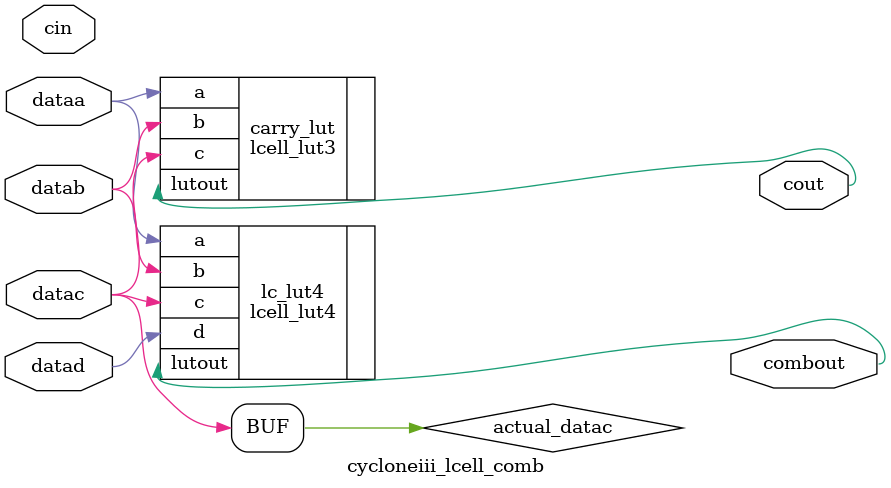
<source format=v>


module cycloneiii_lcell_comb (
                             dataa,
                             datab,
                             datac,
                             datad,
                             cin,
                             combout,
                             cout
                            );
// INTERFACE END

//// default parameters ////

parameter lut_mask = 16'b0000000000000000;
parameter sum_lutc_input = "datac";
parameter lpm_type = "cycloneiii_lcell_comb";
parameter dont_touch = "off";

`ifdef LUT_MASK_IS_HEX_STRING
localparam hex_number_lut_mask = str_to_bin16(lut_mask);
`else
localparam hex_number_lut_mask = lut_mask;
`endif

//// port declarations ////

input dataa;
input datab;
input datac;
input datad;
input cin;

output combout;
output cout;

wire actual_datac;
// IMPLEMENTATION BEGIN
///////////////////////

function [15:0] str_to_bin16;
   input [31:0] s;
   reg [31:0] reg_s;
   reg [15:0] bin_val;
	begin
      reg_s = s;
		bin_val[15:12] = reg_s[27:24] + reg_s[30] * 9;
      bin_val[11:8] = reg_s[19:16] + reg_s[22] * 9;
      bin_val[7:4] = reg_s[11:8] + reg_s[14] * 9;
      bin_val[3:0] = reg_s[3:0] + reg_s[6] * 9;
      str_to_bin16 = bin_val;
	end
endfunction

// LUT Functions //

assign actual_datac = (sum_lutc_input == "datac")? datac : cin;

	lcell_lut4 #(hex_number_lut_mask) lc_lut4 (.a(dataa), .b(datab), 
						.c(actual_datac), .d(datad), .lutout(combout) ) ;

	lcell_lut3 #(hex_number_lut_mask) carry_lut (.a(dataa), .b(datab),
						.c(actual_datac), .lutout(cout) );

// IMPLEMENTATION END
endmodule
// MODEL END

</source>
